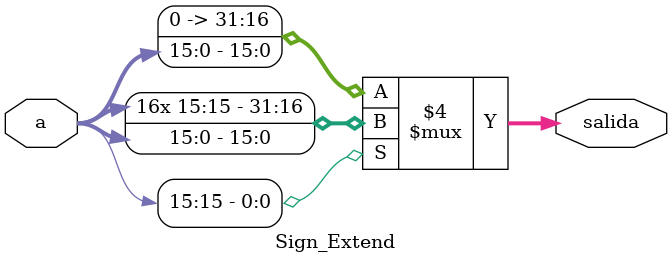
<source format=v>
module Sign_Extend (
    input [15:0] a,
    output reg [31:0] salida
);

    always @(*) begin
        if (a[15] == 1) begin
            salida = {{16{a[15]}}, a};
        end
        else begin
            salida = {{16{1'b0}}, a};
        end
    end

endmodule

</source>
